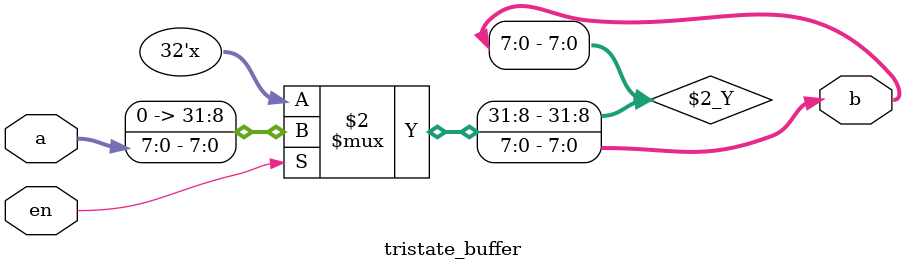
<source format=v>
`timescale 1ns / 1ps


module tristate_buffer
    #(parameter N = 8)(
    input [N-1:0] a,
    input en,
    output [N-1:0] b
    );
    
    assign b = (en) ? a : 'bz;

    
endmodule

</source>
